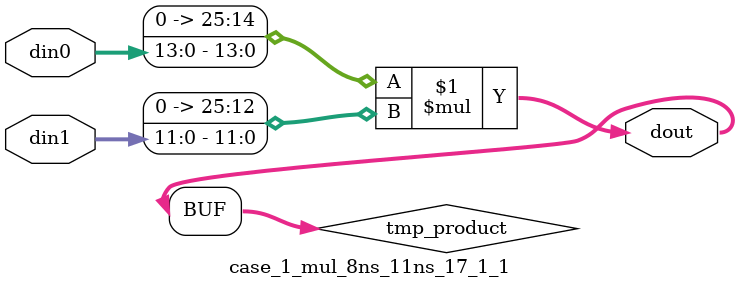
<source format=v>

`timescale 1 ns / 1 ps

 (* use_dsp = "no" *)  module case_1_mul_8ns_11ns_17_1_1(din0, din1, dout);
parameter ID = 1;
parameter NUM_STAGE = 0;
parameter din0_WIDTH = 14;
parameter din1_WIDTH = 12;
parameter dout_WIDTH = 26;

input [din0_WIDTH - 1 : 0] din0; 
input [din1_WIDTH - 1 : 0] din1; 
output [dout_WIDTH - 1 : 0] dout;

wire signed [dout_WIDTH - 1 : 0] tmp_product;
























assign tmp_product = $signed({1'b0, din0}) * $signed({1'b0, din1});











assign dout = tmp_product;





















endmodule

</source>
